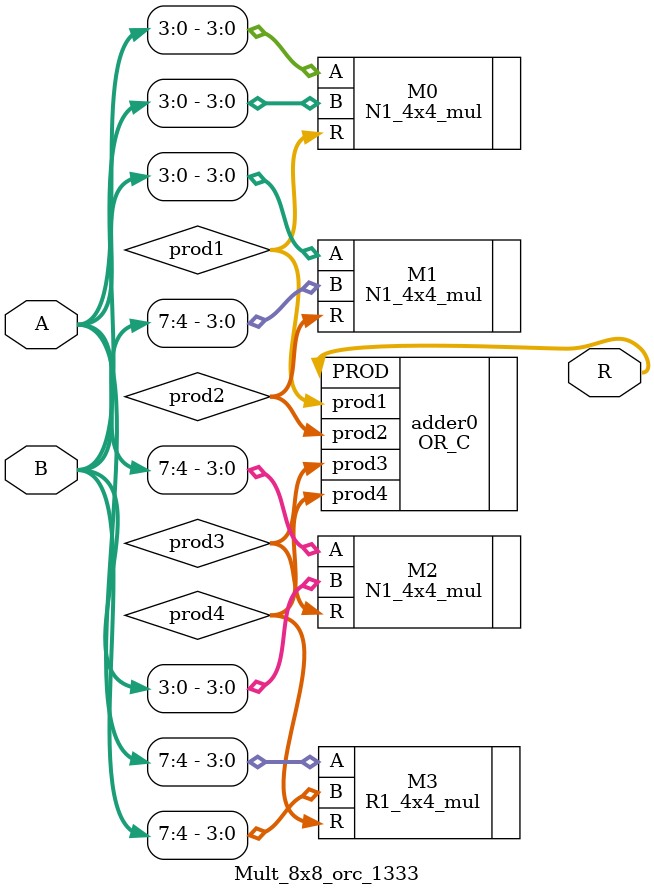
<source format=v>
module Mult_8x8_orc_1333(
input [7:0] A,
input [7:0] B,
output [15:0]R
);
wire [7:0]prod1;
wire [7:0]prod2;
wire [7:0]prod3;
wire [7:0]prod4;

N1_4x4_mul M0(.A(A[3:0]),.B(B[3:0]),.R(prod1));
N1_4x4_mul M1(.A(A[3:0]),.B(B[7:4]),.R(prod2));
N1_4x4_mul M2(.A(A[7:4]),.B(B[3:0]),.R(prod3));
R1_4x4_mul M3(.A(A[7:4]),.B(B[7:4]),.R(prod4));
OR_C adder0(.prod1(prod1),.prod2(prod2),.prod3(prod3),.prod4(prod4),.PROD(R));
endmodule

</source>
